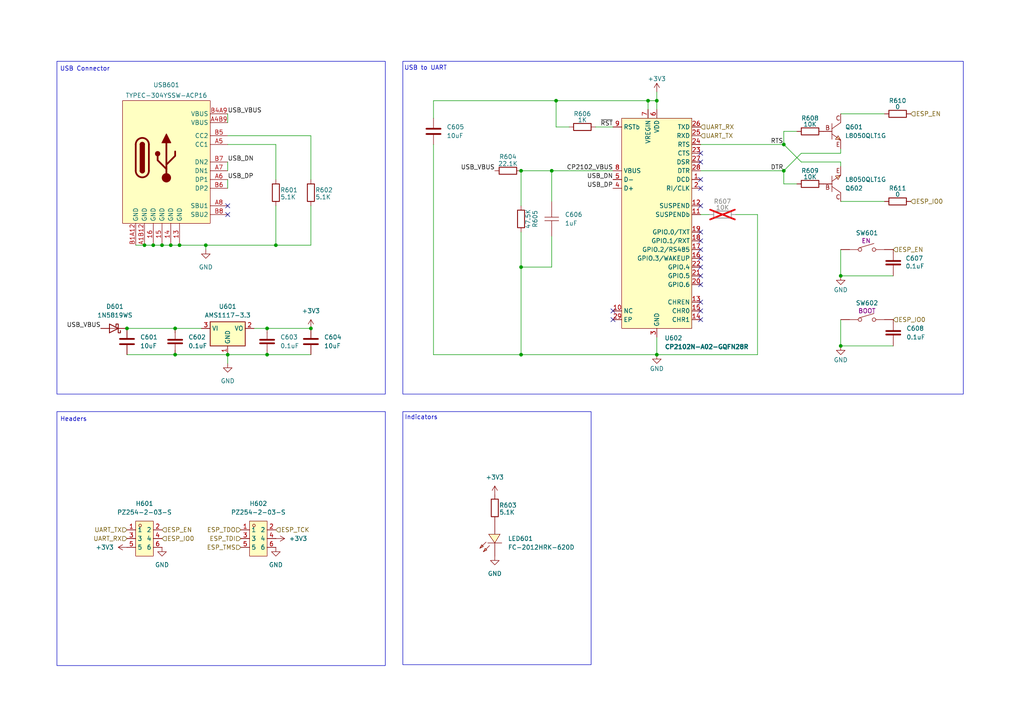
<source format=kicad_sch>
(kicad_sch (version 20250114) (generator "eeschema") (generator_version "9.0")
  (paper "A4")
  (title_block (rev "0") (company "Integrated BioElectronics Laboratory @ NYU Abu Dhabi") (comment 1 "Schematic developed by Hamza Anver"))
  (lib_symbols
    (symbol "Device:C" (pin_numbers (hide yes)) (pin_names (offset 0.254))
      (property "Reference" "C" (at 0.635 2.54 0))
      (property "Value" "C" (at 0.635 -2.54 0))
      (symbol "C_0_1"
        (polyline (pts (xy -2.032 0.762) (xy 2.032 0.762)) (stroke (width 0.508)))
        (polyline (pts (xy -2.032 -0.762) (xy 2.032 -0.762)) (stroke (width 0.508)))
      )
      (symbol "C_1_1"
        (pin passive line (at 0 3.81 270) (length 2.794) (name "~") (number "1"))
        (pin passive line (at 0 -3.81 90) (length 2.794) (name "~") (number "2"))
      )
    )
    (symbol "Device:R" (pin_numbers (hide yes)) (pin_names (offset 0))
      (property "Reference" "R" (at 2.032 0 90))
      (property "Value" "R" (at 0 0 90))
      (symbol "R_0_1"
        (rectangle (start -1.016 -2.54) (end 1.016 2.54) (stroke (width 0.254)))
      )
      (symbol "R_1_1"
        (pin passive line (at 0 3.81 270) (length 1.27) (name "~") (number "1"))
        (pin passive line (at 0 -3.81 90) (length 1.27) (name "~") (number "2"))
      )
    )
    (symbol "Diode:1N5819WS" (pin_numbers (hide yes)) (pin_names (offset 1.016) (hide yes))
      (property "Reference" "D" (at 0 2.54 0))
      (property "Value" "1N5819WS" (at 0 -2.54 0))
      (symbol "1N5819WS_0_1"
        (polyline (pts (xy -1.905 0.635) (xy -1.905 1.27) (xy -1.27 1.27) (xy -1.27 -1.27) (xy -0.635 -1.27) (xy -0.635 -0.635)) (stroke (width 0.254)))
        (polyline (pts (xy 1.27 1.27) (xy 1.27 -1.27) (xy -1.27 0) (xy 1.27 1.27)) (stroke (width 0.254)))
        (polyline (pts (xy 1.27 0) (xy -1.27 0)))
      )
      (symbol "1N5819WS_1_1"
        (pin passive line (at -3.81 0 0) (length 2.54) (name "K") (number "1"))
        (pin passive line (at 3.81 0 180) (length 2.54) (name "A") (number "2"))
      )
    )
    (symbol "GRM155R71A104KA01J_1" (pin_numbers (hide yes)) (pin_names (hide yes))
      (property "Reference" "C202" (at 1.2701 -3.81 90))
      (property "Value" "0.1uF" (at -1.2699 -3.81 90))
      (symbol "GRM155R71A104KA01J_1_0_1"
        (polyline (pts (xy -0.51 0) (xy -2.54 0)))
        (polyline (pts (xy -0.51 -2.03) (xy -0.51 2.03)) (stroke (width 0.508)))
        (polyline (pts (xy 0.51 2.03) (xy 0.51 -2.03)) (stroke (width 0.508)))
        (polyline (pts (xy 2.54 0) (xy 0.51 0)))
        (pin unspecified line (at -3.81 0 0) (length 1.27) (name "1") (number "1"))
        (pin unspecified line (at 3.81 0 180) (length 1.27) (name "2") (number "2"))
      )
    )
    (symbol "L8050QLT1G_1" (pin_numbers (hide yes)) (pin_names (hide yes))
      (property "Reference" "Q601" (at 3.81 1.2701 0))
      (property "Value" "L8050QLT1G" (at 3.81 -1.2699 0))
      (symbol "L8050QLT1G_1_0_1"
        (polyline (pts (xy 0 2.29) (xy 0 -2.29)))
        (polyline (pts (xy 0 -0.76) (xy 2.54 -2.54)))
        (polyline (pts (xy 2.54 2.54) (xy 0 0.76)))
        (polyline (pts (xy 2.54 -2.54) (xy 1.78 -1.27) (xy 1.02 -2.29) (xy 2.54 -2.54)) (fill (type background)))
        (pin unspecified line (at -2.54 0 0) (length 2.54) (name "B") (number "1"))
        (pin unspecified line (at 2.54 5.08 270) (length 2.54) (name "C") (number "3"))
        (pin unspecified line (at 2.54 -5.08 90) (length 2.54) (name "E") (number "2"))
      )
      (symbol "L8050QLT1G_1_1_1"
        (text "B\n" (at -1.27 1.016 0) (effects (font (size 1.27 1.27))))
        (text "C" (at 1.778 3.81 0) (effects (font (size 1.27 1.27))))
        (text "E" (at 1.778 -3.81 0) (effects (font (size 1.27 1.27))))
      )
    )
    (symbol "RC0603FR-075K1L_1" (pin_numbers (hide yes)) (pin_names (hide yes))
      (property "Reference" "R612" (at 0.762 -3.81 90))
      (property "Value" "5.1K" (at -1.27 -3.556 90))
      (symbol "RC0603FR-075K1L_1_0_1"
        (pin input line (at -3.81 0 0) (length 1.27) (name "1") (number "1"))
        (pin input line (at 3.81 0 180) (length 1.27) (name "2") (number "2"))
      )
      (symbol "RC0603FR-075K1L_1_1_1"
        (rectangle (start -2.54 1.02) (end 2.54 -1.02) (stroke (width 0.254)))
      )
    )
    (symbol "Regulator_Linear:AMS1117-3.3"
      (property "Reference" "U" (at -3.81 3.175 0))
      (property "Value" "AMS1117-3.3" (at 0 3.175 0))
      (symbol "AMS1117-3.3_0_1"
        (rectangle (start -5.08 -5.08) (end 5.08 1.905) (stroke (width 0.254)) (fill (type background)))
      )
      (symbol "AMS1117-3.3_1_1"
        (pin power_in line (at -7.62 0 0) (length 2.54) (name "VI") (number "3"))
        (pin power_in line (at 0 -7.62 90) (length 2.54) (name "GND") (number "1"))
        (pin power_out line (at 7.62 0 180) (length 2.54) (name "VO") (number "2"))
      )
    )
    (symbol "TS-1088-AR02016_1" (pin_numbers (hide yes)) (pin_names (hide yes))
      (property "Reference" "SW" (at 0 5.08 0))
      (property "Value" "TS-1088-AR02016" (at 0 -5.08 0))
      (symbol "TS-1088-AR02016_1_0_1"
        (polyline (pts (xy -5.08 0) (xy -2.54 0)))
        (polyline (pts (xy -2.29 0.51) (xy 2.03 1.78)))
        (circle (center -2.03 0) (radius 0.51))
        (circle (center 2.03 0) (radius 0.51))
        (polyline (pts (xy 5.08 0) (xy 2.54 0)))
        (pin unspecified line (at -7.62 0 0) (length 2.54) (name "1") (number "1"))
        (pin unspecified line (at 7.62 0 180) (length 2.54) (name "2") (number "2"))
      )
    )
    (symbol "easyeda2kicad:CL05A105KA5NQNC" (pin_numbers (hide yes)) (pin_names (hide yes))
      (property "Reference" "C" (at 0 5.08 0))
      (property "Value" "CL05A105KA5NQNC" (at 0 -5.08 0))
      (symbol "CL05A105KA5NQNC_0_1"
        (polyline (pts (xy -0.51 0) (xy -2.54 0)))
        (polyline (pts (xy -0.51 -2.03) (xy -0.51 2.03)))
        (polyline (pts (xy 0.51 2.03) (xy 0.51 -2.03)))
        (polyline (pts (xy 2.54 0) (xy 0.51 0)))
        (pin unspecified line (at -5.08 0 0) (length 2.54) (name "1") (number "1"))
        (pin unspecified line (at 5.08 0 180) (length 2.54) (name "2") (number "2"))
      )
    )
    (symbol "easyeda2kicad:CP2102N-A02-GQFN28R"
      (property "Reference" "U603" (at 4.826 -33.274 0))
      (property "Value" "CP2102N-A02-GQFN28R" (at 14.478 -35.814 0))
      (symbol "CP2102N-A02-GQFN28R_0_1"
        (rectangle (start -10.16 30.48) (end 10.16 -30.48) (fill (type background)))
        (pin unspecified line (at -12.7 27.94 0) (length 2.54) (name "RSTb") (number "9"))
        (pin unspecified line (at -12.7 15.24 0) (length 2.54) (name "VBUS") (number "8"))
        (pin unspecified line (at -12.7 12.7 0) (length 2.54) (name "D-") (number "5"))
        (pin unspecified line (at -12.7 10.16 0) (length 2.54) (name "D+") (number "4"))
        (pin unspecified line (at -12.7 -25.4 0) (length 2.54) (name "NC") (number "10"))
        (pin unspecified line (at -12.7 -27.94 0) (length 2.54) (name "EP") (number "29"))
        (pin unspecified line (at -2.54 33.02 270) (length 2.54) (name "VREGIN") (number "7"))
        (pin unspecified line (at 0 33.02 270) (length 2.54) (name "VDD") (number "6"))
        (pin unspecified line (at 0 -33.02 90) (length 2.54) (name "GND") (number "3"))
        (pin unspecified line (at 12.7 27.94 180) (length 2.54) (name "TXD") (number "26"))
        (pin unspecified line (at 12.7 25.4 180) (length 2.54) (name "RXD") (number "25"))
        (pin unspecified line (at 12.7 22.86 180) (length 2.54) (name "RTS") (number "24"))
        (pin unspecified line (at 12.7 20.32 180) (length 2.54) (name "CTS") (number "23"))
        (pin unspecified line (at 12.7 17.78 180) (length 2.54) (name "DSR") (number "27"))
        (pin unspecified line (at 12.7 15.24 180) (length 2.54) (name "DTR") (number "28"))
        (pin unspecified line (at 12.7 12.7 180) (length 2.54) (name "DCD") (number "1"))
        (pin unspecified line (at 12.7 10.16 180) (length 2.54) (name "RI/CLK") (number "2"))
        (pin unspecified line (at 12.7 5.08 180) (length 2.54) (name "SUSPEND") (number "12"))
        (pin unspecified line (at 12.7 2.54 180) (length 2.54) (name "SUSPENDb") (number "11"))
        (pin unspecified line (at 12.7 -2.54 180) (length 2.54) (name "GPIO.0/TXT") (number "19"))
        (pin unspecified line (at 12.7 -5.08 180) (length 2.54) (name "GPIO.1/RXT") (number "18"))
        (pin unspecified line (at 12.7 -7.62 180) (length 2.54) (name "GPIO.2/RS485") (number "17"))
        (pin unspecified line (at 12.7 -10.16 180) (length 2.54) (name "GPIO.3/WAKEUP") (number "16"))
        (pin unspecified line (at 12.7 -12.7 180) (length 2.54) (name "GPIO.4") (number "22"))
        (pin unspecified line (at 12.7 -15.24 180) (length 2.54) (name "GPIO.5") (number "21"))
        (pin unspecified line (at 12.7 -17.78 180) (length 2.54) (name "GPIO.6") (number "20"))
        (pin unspecified line (at 12.7 -22.86 180) (length 2.54) (name "CHREN") (number "13"))
        (pin unspecified line (at 12.7 -25.4 180) (length 2.54) (name "CHR0") (number "15"))
        (pin unspecified line (at 12.7 -27.94 180) (length 2.54) (name "CHR1") (number "14"))
      )
    )
    (symbol "easyeda2kicad:FC-2012HRK-620D" (pin_numbers (hide yes)) (pin_names (hide yes))
      (property "Reference" "LED" (at 0 5.08 0))
      (property "Value" "FC-2012HRK-620D" (at 0 -5.08 0))
      (symbol "FC-2012HRK-620D_0_1"
        (polyline (pts (xy -3.81 3.3) (xy -2.79 2.79) (xy -3.3 2.29) (xy -3.81 3.3)) (fill (type background)))
        (polyline (pts (xy -2.79 4.32) (xy -1.78 3.81) (xy -2.29 3.3) (xy -2.79 4.32)) (fill (type background)))
        (polyline (pts (xy -2.03 1.52) (xy -3.81 3.3)))
        (polyline (pts (xy -1.27 2.03) (xy -1.27 -2.03)))
        (polyline (pts (xy -1.02 2.54) (xy -2.79 4.32)))
        (polyline (pts (xy 1.27 -1.52) (xy -1.27 0) (xy 1.27 1.78) (xy 1.27 -1.52)) (fill (type background)))
        (pin unspecified line (at -5.08 0 0) (length 3.81) (name "-") (number "2"))
        (pin unspecified line (at 5.08 0 180) (length 3.81) (name "+") (number "1"))
      )
    )
    (symbol "easyeda2kicad:GRM155R71A104KA01J" (pin_numbers (hide yes)) (pin_names (hide yes))
      (property "Reference" "C202" (at 1.2701 -3.81 90))
      (property "Value" "0.1uF" (at -1.2699 -3.81 90))
      (symbol "GRM155R71A104KA01J_0_1"
        (polyline (pts (xy -0.51 0) (xy -2.54 0)))
        (polyline (pts (xy -0.51 -2.03) (xy -0.51 2.03)) (stroke (width 0.508)))
        (polyline (pts (xy 0.51 2.03) (xy 0.51 -2.03)) (stroke (width 0.508)))
        (polyline (pts (xy 2.54 0) (xy 0.51 0)))
        (pin unspecified line (at -3.81 0 0) (length 1.27) (name "1") (number "1"))
        (pin unspecified line (at 3.81 0 180) (length 1.27) (name "2") (number "2"))
      )
    )
    (symbol "easyeda2kicad:L8050QLT1G" (pin_numbers (hide yes)) (pin_names (hide yes))
      (property "Reference" "Q601" (at 3.81 1.2701 0))
      (property "Value" "L8050QLT1G" (at 3.81 -1.2699 0))
      (symbol "L8050QLT1G_0_1"
        (polyline (pts (xy 0 2.29) (xy 0 -2.29)))
        (polyline (pts (xy 0 -0.76) (xy 2.54 -2.54)))
        (polyline (pts (xy 2.54 2.54) (xy 0 0.76)))
        (polyline (pts (xy 2.54 -2.54) (xy 1.78 -1.27) (xy 1.02 -2.29) (xy 2.54 -2.54)) (fill (type background)))
        (pin unspecified line (at -2.54 0 0) (length 2.54) (name "B") (number "1"))
        (pin unspecified line (at 2.54 5.08 270) (length 2.54) (name "C") (number "3"))
        (pin unspecified line (at 2.54 -5.08 90) (length 2.54) (name "E") (number "2"))
      )
      (symbol "L8050QLT1G_1_1"
        (text "B\n" (at -1.27 1.016 0) (effects (font (size 1.27 1.27))))
        (text "C" (at 1.778 3.81 0) (effects (font (size 1.27 1.27))))
        (text "E" (at 1.778 -3.81 0) (effects (font (size 1.27 1.27))))
      )
    )
    (symbol "easyeda2kicad:PZ254-2-03-S"
      (property "Reference" "HDR" (at 0 7.62 0))
      (property "Value" "PZ254-2-03-S" (at 0 -7.62 0))
      (symbol "PZ254-2-03-S_0_1"
        (rectangle (start -2.54 5.08) (end 2.54 -5.08) (fill (type background)))
        (circle (center -1.27 3.81) (radius 0.38))
        (pin unspecified line (at -5.08 2.54 0) (length 2.54) (name "1") (number "1"))
        (pin unspecified line (at -5.08 0 0) (length 2.54) (name "3") (number "3"))
        (pin unspecified line (at -5.08 -2.54 0) (length 2.54) (name "5") (number "5"))
        (pin unspecified line (at 5.08 2.54 180) (length 2.54) (name "2") (number "2"))
        (pin unspecified line (at 5.08 0 180) (length 2.54) (name "4") (number "4"))
        (pin unspecified line (at 5.08 -2.54 180) (length 2.54) (name "6") (number "6"))
      )
    )
    (symbol "easyeda2kicad:TS-1088-AR02016" (pin_numbers (hide yes)) (pin_names (hide yes))
      (property "Reference" "SW" (at 0 5.08 0))
      (property "Value" "TS-1088-AR02016" (at 0 -5.08 0))
      (symbol "TS-1088-AR02016_0_1"
        (polyline (pts (xy -5.08 0) (xy -2.54 0)))
        (polyline (pts (xy -2.29 0.51) (xy 2.03 1.78)))
        (circle (center -2.03 0) (radius 0.51))
        (circle (center 2.03 0) (radius 0.51))
        (polyline (pts (xy 5.08 0) (xy 2.54 0)))
        (pin unspecified line (at -7.62 0 0) (length 2.54) (name "1") (number "1"))
        (pin unspecified line (at 7.62 0 180) (length 2.54) (name "2") (number "2"))
      )
    )
    (symbol "easyeda2kicad:TYPEC-304YSSW-ACP16"
      (property "Reference" "USB601" (at 1.778 20.574 0))
      (property "Value" "TYPEC-304YSSW-ACP16" (at 1.778 23.114 0))
      (symbol "TYPEC-304YSSW-ACP16_0_1"
        (rectangle (start -12.7 16.51) (end 12.7 -19.05) (fill (type background)))
        (polyline (pts (xy -8.89 -3.81) (xy -8.89 3.81)) (stroke (width 0.508)))
        (rectangle (start -7.62 -3.81) (end -6.35 3.81) (stroke (width 0.254)) (fill (type outline)))
        (arc (start -7.62 3.81) (mid -6.985 4.4423) (end -6.35 3.81) (stroke (width 0.254)))
        (arc (start -7.62 3.81) (mid -6.985 4.4423) (end -6.35 3.81) (stroke (width 0.254)) (fill (type outline)))
        (arc (start -8.89 3.81) (mid -6.985 5.7067) (end -5.08 3.81) (stroke (width 0.508)))
        (arc (start -5.08 -3.81) (mid -6.985 -5.7067) (end -8.89 -3.81) (stroke (width 0.508)))
        (arc (start -6.35 -3.81) (mid -6.985 -4.4423) (end -7.62 -3.81) (stroke (width 0.254)))
        (arc (start -6.35 -3.81) (mid -6.985 -4.4423) (end -7.62 -3.81) (stroke (width 0.254)) (fill (type outline)))
        (polyline (pts (xy -5.08 3.81) (xy -5.08 -3.81)) (stroke (width 0.508)))
        (circle (center -2.54 1.143) (radius 0.635) (stroke (width 0.254)) (fill (type outline)))
        (polyline (pts (xy -1.27 4.318) (xy 0 6.858) (xy 1.27 4.318) (xy -1.27 4.318)) (stroke (width 0.254)) (fill (type outline)))
        (polyline (pts (xy 0 -2.032) (xy 2.54 0.508) (xy 2.54 1.778)) (stroke (width 0.508)))
        (polyline (pts (xy 0 -3.302) (xy -2.54 -0.762) (xy -2.54 0.508)) (stroke (width 0.508)))
        (polyline (pts (xy 0 -5.842) (xy 0 4.318)) (stroke (width 0.508)))
        (circle (center 0 -5.842) (radius 1.27) (fill (type outline)))
        (pin unspecified line (at -8.89 -25.4 90) (length 6.35) (name "GND") (number "B1A12"))
        (pin unspecified line (at -6.35 -25.4 90) (length 6.35) (name "GND") (number "A1B12"))
        (pin unspecified line (at -3.81 -25.4 90) (length 6.35) (name "GND") (number "16"))
        (pin unspecified line (at -1.27 -25.4 90) (length 6.35) (name "GND") (number "15"))
        (pin unspecified line (at 1.27 -25.4 90) (length 6.35) (name "GND") (number "14"))
        (pin unspecified line (at 3.81 -25.4 90) (length 6.35) (name "GND") (number "13"))
        (pin unspecified line (at 17.78 12.7 180) (length 5.08) (name "VBUS") (number "B4A9"))
        (pin unspecified line (at 17.78 10.16 180) (length 5.08) (name "VBUS") (number "A4B9"))
        (pin unspecified line (at 17.78 6.35 180) (length 5.08) (name "CC2") (number "B5"))
        (pin unspecified line (at 17.78 3.81 180) (length 5.08) (name "CC1") (number "A5"))
        (pin unspecified line (at 17.78 -1.27 180) (length 5.08) (name "DN2") (number "B7"))
        (pin unspecified line (at 17.78 -3.81 180) (length 5.08) (name "DN1") (number "A7"))
        (pin unspecified line (at 17.78 -6.35 180) (length 5.08) (name "DP1") (number "A6"))
        (pin unspecified line (at 17.78 -8.89 180) (length 5.08) (name "DP2") (number "B6"))
        (pin unspecified line (at 17.78 -13.97 180) (length 5.08) (name "SBU1") (number "A8"))
        (pin unspecified line (at 17.78 -16.51 180) (length 5.08) (name "SBU2") (number "B8"))
      )
    )
    (symbol "power:+3V3" (power) (pin_numbers (hide yes)) (pin_names (offset 0) (hide yes))
      (property "Value" "+3V3" (at 0 3.556 0))
      (symbol "+3V3_0_1"
        (polyline (pts (xy -0.762 1.27) (xy 0 2.54)))
        (polyline (pts (xy 0 2.54) (xy 0.762 1.27)))
        (polyline (pts (xy 0 0) (xy 0 2.54)))
      )
      (symbol "+3V3_1_1"
        (pin power_in line (at 0 0 90) (length 0) (name "~") (number "1"))
      )
    )
    (symbol "power:GND" (power) (pin_numbers (hide yes)) (pin_names (offset 0) (hide yes))
      (property "Value" "GND" (at 0 -3.81 0))
      (symbol "GND_0_1"
        (polyline (pts (xy 0 0) (xy 0 -1.27) (xy 1.27 -1.27) (xy 0 -2.54) (xy -1.27 -1.27) (xy 0 -1.27)))
      )
      (symbol "GND_1_1"
        (pin power_in line (at 0 0 270) (length 0) (name "~") (number "1"))
      )
    )
  )
  (rectangle (start 116.84 17.78) (end 279.4 114.3))
  (rectangle (start 16.51 119.38) (end 111.76 193.04))
  (rectangle (start 16.51 17.78) (end 111.76 114.3))
  (rectangle (start 116.84 119.38) (end 171.45 192.786))
  (text "Headers\n" (at 21.336 121.666 0) (effects (font (size 1.27 1.27))))
  (text "USB to UART\n" (at 123.444 19.812 0) (effects (font (size 1.27 1.27))))
  (text "USB Connector" (at 24.638 20.066 0) (effects (font (size 1.27 1.27))))
  (text "Indicators\n" (at 122.174 121.158 0) (effects (font (size 1.27 1.27))))
  (junction (at 190.5 29.21))
  (junction (at 190.5 102.87))
  (junction (at 243.84 100.33))
  (junction (at 161.29 29.21))
  (junction (at 151.13 102.87))
  (junction (at 59.69 71.12))
  (junction (at 46.99 71.12))
  (junction (at 77.47 102.87))
  (junction (at 52.07 71.12))
  (junction (at 36.83 95.25))
  (junction (at 160.02 49.53))
  (junction (at 227.33 41.91))
  (junction (at 187.96 29.21))
  (junction (at 77.47 95.25))
  (junction (at 41.91 71.12))
  (junction (at 44.45 71.12))
  (junction (at 227.33 49.53))
  (junction (at 90.17 95.25))
  (junction (at 66.04 102.87))
  (junction (at 151.13 49.53))
  (junction (at 151.13 77.47))
  (junction (at 243.84 80.01))
  (junction (at 49.53 71.12))
  (junction (at 50.8 95.25))
  (junction (at 80.01 71.12))
  (junction (at 50.8 102.87))
  (no_connect (at 66.04 59.69))
  (no_connect (at 203.2 80.01))
  (no_connect (at 203.2 90.17))
  (no_connect (at 203.2 74.93))
  (no_connect (at 177.8 90.17))
  (no_connect (at 203.2 67.31))
  (no_connect (at 66.04 62.23))
  (no_connect (at 177.8 92.71))
  (no_connect (at 203.2 46.99))
  (no_connect (at 203.2 72.39))
  (no_connect (at 203.2 52.07))
  (no_connect (at 203.2 77.47))
  (no_connect (at 203.2 82.55))
  (no_connect (at 203.2 59.69))
  (no_connect (at 203.2 87.63))
  (no_connect (at 203.2 92.71))
  (no_connect (at 203.2 44.45))
  (no_connect (at 203.2 69.85))
  (no_connect (at 203.2 54.61))
  (wire (pts (xy 125.73 29.21) (xy 125.73 34.29)))
  (wire (pts (xy 256.54 33.02) (xy 243.84 33.02)))
  (wire (pts (xy 227.33 53.34) (xy 231.14 53.34)))
  (wire (pts (xy 243.84 44.45) (xy 243.84 43.18)))
  (wire (pts (xy 161.29 36.83) (xy 165.1 36.83)))
  (wire (pts (xy 161.29 29.21) (xy 187.96 29.21)))
  (wire (pts (xy 41.91 71.12) (xy 44.45 71.12)))
  (wire (pts (xy 243.84 46.99) (xy 243.84 48.26)))
  (wire (pts (xy 187.96 29.21) (xy 187.96 31.75)))
  (wire (pts (xy 77.47 102.87) (xy 90.17 102.87)))
  (wire (pts (xy 125.73 41.91) (xy 125.73 102.87)))
  (wire (pts (xy 90.17 71.12) (xy 90.17 59.69)))
  (wire (pts (xy 160.02 49.53) (xy 160.02 58.42)))
  (wire (pts (xy 125.73 29.21) (xy 161.29 29.21)))
  (wire (pts (xy 73.66 95.25) (xy 77.47 95.25)))
  (wire (pts (xy 90.17 39.37) (xy 90.17 52.07)))
  (wire (pts (xy 151.13 102.87) (xy 190.5 102.87)))
  (wire (pts (xy 243.84 72.39) (xy 243.84 80.01)))
  (wire (pts (xy 227.33 41.91) (xy 232.41 46.99)))
  (wire (pts (xy 243.84 80.01) (xy 259.08 80.01)))
  (wire (pts (xy 50.8 102.87) (xy 66.04 102.87)))
  (wire (pts (xy 243.84 100.33) (xy 259.08 100.33)))
  (wire (pts (xy 66.04 33.02) (xy 66.04 35.56)))
  (wire (pts (xy 77.47 95.25) (xy 90.17 95.25)))
  (wire (pts (xy 205.74 62.23) (xy 203.2 62.23)))
  (wire (pts (xy 151.13 77.47) (xy 151.13 102.87)))
  (wire (pts (xy 160.02 49.53) (xy 177.8 49.53)))
  (wire (pts (xy 36.83 102.87) (xy 50.8 102.87)))
  (wire (pts (xy 59.69 71.12) (xy 80.01 71.12)))
  (wire (pts (xy 227.33 41.91) (xy 227.33 38.1)))
  (wire (pts (xy 203.2 49.53) (xy 227.33 49.53)))
  (wire (pts (xy 151.13 59.69) (xy 151.13 49.53)))
  (wire (pts (xy 66.04 41.91) (xy 80.01 41.91)))
  (wire (pts (xy 66.04 39.37) (xy 90.17 39.37)))
  (wire (pts (xy 151.13 77.47) (xy 160.02 77.47)))
  (wire (pts (xy 227.33 49.53) (xy 227.33 53.34)))
  (wire (pts (xy 80.01 41.91) (xy 80.01 52.07)))
  (wire (pts (xy 160.02 77.47) (xy 160.02 68.58)))
  (wire (pts (xy 213.36 62.23) (xy 219.71 62.23)))
  (wire (pts (xy 66.04 105.41) (xy 66.04 102.87)))
  (wire (pts (xy 59.69 71.12) (xy 59.69 72.39)))
  (wire (pts (xy 66.04 52.07) (xy 66.04 54.61)))
  (wire (pts (xy 227.33 49.53) (xy 232.41 44.45)))
  (wire (pts (xy 232.41 46.99) (xy 243.84 46.99)))
  (wire (pts (xy 49.53 71.12) (xy 52.07 71.12)))
  (wire (pts (xy 151.13 49.53) (xy 160.02 49.53)))
  (wire (pts (xy 50.8 95.25) (xy 58.42 95.25)))
  (wire (pts (xy 52.07 71.12) (xy 59.69 71.12)))
  (wire (pts (xy 66.04 102.87) (xy 77.47 102.87)))
  (wire (pts (xy 172.72 36.83) (xy 177.8 36.83)))
  (wire (pts (xy 80.01 59.69) (xy 80.01 71.12)))
  (wire (pts (xy 190.5 29.21) (xy 190.5 31.75)))
  (wire (pts (xy 66.04 46.99) (xy 66.04 49.53)))
  (wire (pts (xy 243.84 92.71) (xy 243.84 100.33)))
  (wire (pts (xy 227.33 38.1) (xy 231.14 38.1)))
  (wire (pts (xy 190.5 26.67) (xy 190.5 29.21)))
  (wire (pts (xy 203.2 41.91) (xy 227.33 41.91)))
  (wire (pts (xy 232.41 44.45) (xy 243.84 44.45)))
  (wire (pts (xy 151.13 67.31) (xy 151.13 77.47)))
  (wire (pts (xy 125.73 102.87) (xy 151.13 102.87)))
  (wire (pts (xy 36.83 95.25) (xy 50.8 95.25)))
  (wire (pts (xy 187.96 29.21) (xy 190.5 29.21)))
  (wire (pts (xy 161.29 29.21) (xy 161.29 36.83)))
  (wire (pts (xy 46.99 71.12) (xy 49.53 71.12)))
  (wire (pts (xy 80.01 71.12) (xy 90.17 71.12)))
  (wire (pts (xy 190.5 102.87) (xy 190.5 97.79)))
  (wire (pts (xy 256.54 58.42) (xy 243.84 58.42)))
  (wire (pts (xy 39.37 71.12) (xy 41.91 71.12)))
  (wire (pts (xy 219.71 62.23) (xy 219.71 102.87)))
  (wire (pts (xy 219.71 102.87) (xy 190.5 102.87)))
  (wire (pts (xy 44.45 71.12) (xy 46.99 71.12)))
  (label "RTS" (at 223.52 41.91 0))
  (label "USB_VBUS" (at 29.21 95.25 180))
  (label "DTR" (at 223.52 49.53 0))
  (label "USB_DP" (at 66.04 52.07 0))
  (label "USB_VBUS" (at 66.04 33.02 0))
  (label "USB_DN" (at 177.8 52.07 180))
  (label "USB_DP" (at 177.8 54.61 180))
  (label "USB_VBUS" (at 143.51 49.53 180))
  (label "~{RST}" (at 177.8 36.83 180))
  (label "CP2102_VBUS" (at 177.8 49.53 180))
  (label "USB_DN" (at 66.04 46.99 0))
  (hierarchical_label "ESP_TCK" (shape input) (at 80.01 153.67 0))
  (hierarchical_label "UART_RX" (shape input) (at 203.2 36.83 0))
  (hierarchical_label "UART_TX" (shape input) (at 36.83 153.67 180))
  (hierarchical_label "ESP_TDO" (shape input) (at 69.85 153.67 180))
  (hierarchical_label "ESP_EN" (shape input) (at 264.16 33.02 0))
  (hierarchical_label "ESP_EN" (shape input) (at 259.08 72.39 0))
  (hierarchical_label "UART_TX" (shape input) (at 203.2 39.37 0))
  (hierarchical_label "ESP_IO0 " (shape input) (at 46.99 156.21 0))
  (hierarchical_label "ESP_IO0 " (shape input) (at 264.16 58.42 0))
  (hierarchical_label "ESP_EN" (shape input) (at 46.99 153.67 0))
  (hierarchical_label "ESP_IO0 " (shape input) (at 259.08 92.71 0))
  (hierarchical_label "UART_RX" (shape input) (at 36.83 156.21 180))
  (hierarchical_label "ESP_TMS" (shape input) (at 69.85 158.75 180))
  (hierarchical_label "ESP_TDI" (shape input) (at 69.85 156.21 180))
  (symbol (lib_id "Device:C") (at 36.83 99.06 0) (unit 1)
    (property "Reference" "C601" (at 40.64 97.7899 0) (effects (justify left)))
    (property "Value" "10uF" (at 40.64 100.3299 0) (effects (justify left)))
    (property "Footprint" "Capacitor_SMD:C_0603_1608Metric_Pad1.08x0.95mm_HandSolder" (effects (hide yes)))
    (property "Description" "Unpolarized capacitor" (effects (hide yes)))
    (property "LCSC" "C96446" (effects (hide yes)))
    (property "MPN" "CL10A106MA8NRNC" (effects (hide yes)))
  )
  (symbol (lib_id "Device:R") (at 151.13 63.5 0) (unit 1)
    (property "Reference" "R605" (at 155.194 63.5 90))
    (property "Value" "47.5K" (at 153.162 63.5 90))
    (property "Footprint" "Resistor_SMD:R_0603_1608Metric_Pad0.98x0.95mm_HandSolder" (effects (hide yes)))
    (property "Datasheet" "https://www.lcsc.com/product-detail/Chip-Resistor-Surface-Mount_FOJAN-FRC0603F4752TS_C2933225.html?s_z=n_47.5k" (effects (hide yes)))
    (property "Description" "Resistor" (effects (hide yes)))
    (property "LCSC" "C2933225" (effects (hide yes)))
    (property "MPN" "FRC0603F4752TS" (effects (hide yes)))
  )
  (symbol (lib_id "easyeda2kicad:L8050QLT1G") (at 241.3 38.1 0) (unit 1)
    (property "Reference" "Q601" (at 245.11 36.8299 0) (effects (justify left)))
    (property "Value" "L8050QLT1G" (at 245.11 39.3699 0) (effects (justify left)))
    (property "Footprint" "easyeda2kicad:SOT-23-3_L2.9-W1.3-P1.90-LS2.4-BR" (effects (hide yes)))
    (property "Datasheet" "https://lcsc.com/product-detail/Transistors-NPN-PNP_L8050QLT1G_C49581.html" (effects (hide yes)))
    (property "LCSC Part" "C49581" (effects (hide yes)))
  )
  (symbol (lib_id "Device:C") (at 125.73 38.1 0) (unit 1)
    (property "Reference" "C605" (at 129.54 36.8299 0) (effects (justify left)))
    (property "Value" "10uF" (at 129.54 39.3699 0) (effects (justify left)))
    (property "Footprint" "Capacitor_SMD:C_0603_1608Metric_Pad1.08x0.95mm_HandSolder" (effects (hide yes)))
    (property "Description" "Unpolarized capacitor" (effects (hide yes)))
    (property "LCSC" "C96446" (effects (hide yes)))
    (property "MPN" "CL10A106MA8NRNC" (effects (hide yes)))
  )
  (symbol (lib_id "power:+3V3") (at 36.83 158.75 90) (unit 1)
    (property "Reference" "#PWR0601" (effects (hide yes)))
    (property "Value" "+3V3" (at 33.02 158.7499 90) (effects (justify left)))
    (property "Description" "Power symbol creates a global label with name \"+3V3\"" (effects (hide yes)))
  )
  (symbol (lib_id "Device:R") (at 168.91 36.83 90) (unit 1)
    (property "Reference" "R606" (at 168.91 33.02 90))
    (property "Value" "1K" (at 168.91 34.798 90))
    (property "Footprint" "Resistor_SMD:R_0603_1608Metric_Pad0.98x0.95mm_HandSolder" (effects (hide yes)))
    (property "Description" "Resistor" (effects (hide yes)))
    (property "LCSC" "C22548" (effects (hide yes)))
    (property "MPN" "RC0603FR-071KL" (effects (hide yes)))
  )
  (symbol (lib_name "GRM155R71A104KA01J_1") (lib_id "easyeda2kicad:GRM155R71A104KA01J") (at 77.47 99.06 90) (unit 1)
    (property "Reference" "C603" (at 81.28 97.7899 90) (effects (justify right)))
    (property "Value" "0.1uF" (at 81.28 100.3299 90) (effects (justify right)))
    (property "Footprint" "easyeda2kicad:C0402" (effects (hide yes)))
    (property "Datasheet" "https://www.lcsc.com/product-detail/Multilayer-Ceramic-Capacitors-MLCC-SMD-SMT_Murata-Electronics-GRM155R71A104KA01J_C6955083.html?s_z=n_0.1uF" (effects (hide yes)))
    (property "LCSC Part" "C6955083" (effects (hide yes)))
    (property "MPN" "GRM155R71A104KA01J" (effects (hide yes)))
  )
  (symbol (lib_id "power:+3V3") (at 90.17 95.25 0) (unit 1)
    (property "Reference" "#PWR0607" (effects (hide yes)))
    (property "Value" "+3V3" (at 90.17 90.17 0))
    (property "Description" "Power symbol creates a global label with name \"+3V3\"" (effects (hide yes)))
  )
  (symbol (lib_id "Regulator_Linear:AMS1117-3.3") (at 66.04 95.25 0) (unit 1)
    (property "Reference" "U601" (at 66.04 88.9 0))
    (property "Value" "AMS1117-3.3" (at 66.04 91.44 0))
    (property "Footprint" "Package_TO_SOT_SMD:SOT-223-3_TabPin2" (effects (hide yes)))
    (property "Datasheet" "http://www.advanced-monolithic.com/pdf/ds1117.pdf" (effects (hide yes)))
    (property "Description" "1A Low Dropout regulator, positive, 3.3V fixed output, SOT-223" (effects (hide yes)))
  )
  (symbol (lib_name "RC0603FR-075K1L_1") (lib_id "easyeda2kicad:RC0603FR-075K1L") (at 90.17 55.88 90) (unit 1)
    (property "Reference" "R602" (at 93.98 55.118 90))
    (property "Value" "5.1K" (at 93.726 57.15 90))
    (property "Footprint" "easyeda2kicad:R0603" (effects (hide yes)))
    (property "Datasheet" "https://lcsc.com/product-detail/Chip-Resistor-Surface-Mount_5-1KR-5101-1_C105580.html" (effects (hide yes)))
    (property "LCSC Part" "C105580" (effects (hide yes)))
    (property "MPN" "RC0603FR-075K1L" (effects (hide yes)))
  )
  (symbol (lib_id "power:GND") (at 66.04 105.41 0) (unit 1)
    (property "Reference" "#PWR0604" (effects (hide yes)))
    (property "Value" "GND" (at 66.04 110.49 0))
    (property "Description" "Power symbol creates a global label with name \"GND\" , ground" (effects (hide yes)))
  )
  (symbol (lib_id "easyeda2kicad:CL05A105KA5NQNC") (at 160.02 63.5 90) (unit 1)
    (property "Reference" "C606" (at 163.83 62.2299 90) (effects (justify right)))
    (property "Value" "1uF" (at 163.83 64.7699 90) (effects (justify right)))
    (property "Footprint" "easyeda2kicad:C0402" (effects (hide yes)))
    (property "Datasheet" "https://lcsc.com/product-detail/Multilayer-Ceramic-Capacitors-MLCC-SMD-SMT_SAMSUNG_CL05A105KA5NQNC_1uF-105-10-25V_C52923.html" (effects (hide yes)))
    (property "LCSC Part" "C52923" (effects (hide yes)))
    (property "MPN" "CL05A105KA5NQNC" (effects (hide yes)))
  )
  (symbol (lib_id "power:GND") (at 59.69 72.39 0) (unit 1)
    (property "Reference" "#PWR0603" (effects (hide yes)))
    (property "Value" "GND" (at 59.69 77.47 0))
    (property "Description" "Power symbol creates a global label with name \"GND\" , ground" (effects (hide yes)))
  )
  (symbol (lib_id "power:GND") (at 46.99 158.75 0) (unit 1)
    (property "Reference" "#PWR0602" (effects (hide yes)))
    (property "Value" "GND" (at 46.99 163.83 0))
    (property "Description" "Power symbol creates a global label with name \"GND\" , ground" (effects (hide yes)))
  )
  (symbol (lib_id "power:+3V3") (at 143.51 143.51 0) (unit 1)
    (property "Reference" "#PWR0608" (effects (hide yes)))
    (property "Value" "+3V3" (at 143.51 138.43 0))
    (property "Description" "Power symbol creates a global label with name \"+3V3\"" (effects (hide yes)))
  )
  (symbol (lib_id "power:GND") (at 243.84 80.01 0) (unit 1)
    (property "Reference" "#PWR0612" (effects (hide yes)))
    (property "Value" "GND" (at 243.84 84.074 0))
    (property "Description" "Power symbol creates a global label with name \"GND\" , ground" (effects (hide yes)))
  )
  (symbol (lib_id "Device:C") (at 90.17 99.06 0) (unit 1)
    (property "Reference" "C604" (at 93.98 97.7899 0) (effects (justify left)))
    (property "Value" "10uF" (at 93.98 100.3299 0) (effects (justify left)))
    (property "Footprint" "Capacitor_SMD:C_0603_1608Metric_Pad1.08x0.95mm_HandSolder" (effects (hide yes)))
    (property "Description" "Unpolarized capacitor" (effects (hide yes)))
    (property "LCSC" "C96446" (effects (hide yes)))
    (property "MPN" "CL10A106MA8NRNC" (effects (hide yes)))
  )
  (symbol (lib_id "Device:R") (at 147.32 49.53 90) (unit 1)
    (property "Reference" "R604" (at 147.32 45.466 90))
    (property "Value" "22.1K" (at 147.32 47.498 90))
    (property "Footprint" "Resistor_SMD:R_0603_1608Metric" (effects (hide yes)))
    (property "Datasheet" "https://www.lcsc.com/product-detail/Chip-Resistor-Surface-Mount_YAGEO-RC0603FR-0722K1L_C137768.html?s_z=n_22.1k" (effects (hide yes)))
    (property "Description" "Resistor" (effects (hide yes)))
    (property "LCSC" "C137768" (effects (hide yes)))
    (property "MPN" "RC0603FR-0722K1L" (effects (hide yes)))
  )
  (symbol (lib_id "easyeda2kicad:GRM155R71A104KA01J") (at 259.08 76.2 90) (unit 1)
    (property "Reference" "C607" (at 262.636 74.93 90) (effects (justify right)))
    (property "Value" "0.1uF" (at 262.636 77.216 90) (effects (justify right)))
    (property "Footprint" "easyeda2kicad:C0402" (effects (hide yes)))
    (property "Datasheet" "https://www.lcsc.com/product-detail/Multilayer-Ceramic-Capacitors-MLCC-SMD-SMT_Murata-Electronics-GRM155R71A104KA01J_C6955083.html?s_z=n_0.1uF" (effects (hide yes)))
    (property "LCSC Part" "C6955083" (effects (hide yes)))
    (property "MPN" "GRM155R71A104KA01J" (effects (hide yes)))
  )
  (symbol (lib_id "power:+3V3") (at 190.5 26.67 0) (unit 1)
    (property "Reference" "#PWR0610" (effects (hide yes)))
    (property "Value" "+3V3" (at 190.5 22.86 0))
    (property "Description" "Power symbol creates a global label with name \"+3V3\"" (effects (hide yes)))
  )
  (symbol (lib_name "TS-1088-AR02016_1") (lib_id "easyeda2kicad:TS-1088-AR02016") (at 251.46 92.71 0) (unit 1)
    (property "Reference" "SW602" (at 251.46 87.884 0))
    (property "Value" "TS-1088-AR02016" (effects (hide yes)))
    (property "Footprint" "easyeda2kicad:SW-SMD_L3.9-W3.0-P4.45" (effects (hide yes)))
    (property "Datasheet" "https://lcsc.com/product-detail/Tactile-Switches_XUNPU-TS-1088-AR02016_C720477.html" (effects (hide yes)))
    (property "Description" "BOOT" (at 251.46 90.17 0))
    (property "LCSC Part" "C720477" (effects (hide yes)))
    (property "MPN" "TS-1088-AR02016" (effects (hide yes)))
  )
  (symbol (lib_id "easyeda2kicad:PZ254-2-03-S") (at 74.93 156.21 0) (unit 1)
    (property "Reference" "H602" (at 74.93 146.05 0))
    (property "Value" "PZ254-2-03-S" (at 74.93 148.59 0))
    (property "Footprint" "easyeda2kicad:HDR-SMD_6P-P2.54-V-M-R2-C3-LS7.5-2" (effects (hide yes)))
    (property "Datasheet" "https://www.lcsc.com/product-detail/Pin-Headers_HCTL-PZ254-2-03-S_C3294461.html" (effects (hide yes)))
    (property "LCSC Part" "C3294461" (effects (hide yes)))
    (property "MPN" "PZ254-2-03-S" (effects (hide yes)))
  )
  (symbol (lib_id "easyeda2kicad:CP2102N-A02-GQFN28R") (at 190.5 64.77 0) (unit 1)
    (property "Reference" "U602" (at 195.326 98.044 0))
    (property "Value" "CP2102N-A02-GQFN28R" (at 204.978 100.584 0) (effects (font (thickness 0.254) (bold yes))))
    (property "Footprint" "easyeda2kicad:QFN-28_L5.0-W5.0-P0.50-TL-EP3.3" (effects (hide yes)))
    (property "LCSC Part" "C964632" (effects (hide yes)))
    (property "FT Rotation Offset" "-90" (effects (hide yes)))
  )
  (symbol (lib_id "Device:R") (at 260.35 33.02 90) (unit 1)
    (property "Reference" "R610" (at 260.35 29.21 90))
    (property "Value" "0" (at 260.35 30.988 90))
    (property "Footprint" "Resistor_SMD:R_0603_1608Metric_Pad0.98x0.95mm_HandSolder" (effects (hide yes)))
    (property "Datasheet" "https://www.lcsc.com/product-detail/Chip-Resistor-Surface-Mount_FOJAN-FRC0603P000-TS_C2907080.html" (effects (hide yes)))
    (property "Description" "Resistor" (effects (hide yes)))
    (property "LCSC" "C2907080" (effects (hide yes)))
    (property "MPN" "FRC0603P000 TS" (effects (hide yes)))
  )
  (symbol (lib_id "Device:R") (at 209.55 62.23 90) (unit 1) (dnp yes)
    (property "Reference" "R607" (at 209.55 58.42 90))
    (property "Value" "10K" (at 209.55 60.198 90))
    (property "Footprint" "Resistor_SMD:R_0603_1608Metric_Pad0.98x0.95mm_HandSolder" (effects (hide yes)))
    (property "Description" "Resistor" (effects (hide yes)))
  )
  (symbol (lib_id "Device:R") (at 260.35 58.42 90) (unit 1)
    (property "Reference" "R611" (at 260.35 54.61 90))
    (property "Value" "0" (at 260.35 56.388 90))
    (property "Footprint" "Resistor_SMD:R_0603_1608Metric_Pad0.98x0.95mm_HandSolder" (effects (hide yes)))
    (property "Datasheet" "https://www.lcsc.com/product-detail/Chip-Resistor-Surface-Mount_FOJAN-FRC0603P000-TS_C2907080.html" (effects (hide yes)))
    (property "Description" "Resistor" (effects (hide yes)))
    (property "LCSC" "C2907080" (effects (hide yes)))
    (property "MPN" "FRC0603P000 TS" (effects (hide yes)))
  )
  (symbol (lib_id "Device:R") (at 234.95 38.1 90) (unit 1)
    (property "Reference" "R608" (at 234.95 34.29 90))
    (property "Value" "10K" (at 234.95 36.068 90))
    (property "Footprint" "Resistor_SMD:R_0603_1608Metric_Pad0.98x0.95mm_HandSolder" (effects (hide yes)))
    (property "Datasheet" "https://lcsc.com/product-detail/Chip-Resistor-Surface-Mount-UniOhm_10KR-1002-1_C25804.html" (effects (hide yes)))
    (property "Description" "Resistor" (effects (hide yes)))
    (property "LCSC" "C25804" (effects (hide yes)))
    (property "MPN" "0603WAF1002T5E" (effects (hide yes)))
  )
  (symbol (lib_id "easyeda2kicad:TYPEC-304YSSW-ACP16") (at 48.26 45.72 0) (unit 1)
    (property "Reference" "USB601" (at 48.26 24.638 0))
    (property "Value" "TYPEC-304YSSW-ACP16" (at 48.26 27.686 0))
    (property "Footprint" "easyeda2kicad:USB-SMD_TYPEC-304YSSW-ACP16" (effects (hide yes)))
    (property "LCSC Part" "C2840392" (effects (hide yes)))
  )
  (symbol (lib_id "power:GND") (at 243.84 100.33 0) (unit 1)
    (property "Reference" "#PWR0613" (effects (hide yes)))
    (property "Value" "GND" (at 243.84 104.394 0))
    (property "Description" "Power symbol creates a global label with name \"GND\" , ground" (effects (hide yes)))
  )
  (symbol (lib_name "GRM155R71A104KA01J_1") (lib_id "easyeda2kicad:GRM155R71A104KA01J") (at 50.8 99.06 90) (unit 1)
    (property "Reference" "C602" (at 54.61 97.7899 90) (effects (justify right)))
    (property "Value" "0.1uF" (at 54.61 100.3299 90) (effects (justify right)))
    (property "Footprint" "easyeda2kicad:C0402" (effects (hide yes)))
    (property "Datasheet" "https://www.lcsc.com/product-detail/Multilayer-Ceramic-Capacitors-MLCC-SMD-SMT_Murata-Electronics-GRM155R71A104KA01J_C6955083.html?s_z=n_0.1uF" (effects (hide yes)))
    (property "LCSC Part" "C6955083" (effects (hide yes)))
    (property "MPN" "GRM155R71A104KA01J" (effects (hide yes)))
  )
  (symbol (lib_name "L8050QLT1G_1") (lib_id "easyeda2kicad:L8050QLT1G") (at 241.3 53.34 0) (mirror x) (unit 1)
    (property "Reference" "Q602" (at 245.11 54.6101 0) (effects (justify left)))
    (property "Value" "L8050QLT1G" (at 245.11 52.0701 0) (effects (justify left)))
    (property "Footprint" "easyeda2kicad:SOT-23-3_L2.9-W1.3-P1.90-LS2.4-BR" (effects (hide yes)))
    (property "Datasheet" "https://lcsc.com/product-detail/Transistors-NPN-PNP_L8050QLT1G_C49581.html" (effects (hide yes)))
    (property "LCSC Part" "C49581" (effects (hide yes)))
  )
  (symbol (lib_id "power:GND") (at 190.5 102.87 0) (unit 1)
    (property "Reference" "#PWR0611" (effects (hide yes)))
    (property "Value" "GND" (at 190.5 106.934 0))
    (property "Description" "Power symbol creates a global label with name \"GND\" , ground" (effects (hide yes)))
  )
  (symbol (lib_name "RC0603FR-075K1L_1") (lib_id "easyeda2kicad:RC0603FR-075K1L") (at 143.51 147.32 90) (unit 1)
    (property "Reference" "R603" (at 147.32 146.558 90))
    (property "Value" "5.1K" (at 147.066 148.59 90))
    (property "Footprint" "easyeda2kicad:R0603" (effects (hide yes)))
    (property "Datasheet" "https://lcsc.com/product-detail/Chip-Resistor-Surface-Mount_5-1KR-5101-1_C105580.html" (effects (hide yes)))
    (property "LCSC Part" "C105580" (effects (hide yes)))
    (property "MPN" "RC0603FR-075K1L" (effects (hide yes)))
  )
  (symbol (lib_id "easyeda2kicad:FC-2012HRK-620D") (at 143.51 156.21 90) (unit 1)
    (property "Reference" "LED601" (at 147.32 156.2099 90) (effects (justify right)))
    (property "Value" "FC-2012HRK-620D" (at 147.32 158.7499 90) (effects (justify right)))
    (property "Footprint" "easyeda2kicad:LED0805-R-RD" (effects (hide yes)))
    (property "Datasheet" "https://lcsc.com/product-detail/Light-Emitting-Diodes-LED_Red-LED-SMDLED-80-180mcd_C84256.html" (effects (hide yes)))
    (property "LCSC Part" "C84256" (effects (hide yes)))
  )
  (symbol (lib_id "power:+3V3") (at 80.01 156.21 270) (unit 1)
    (property "Reference" "#PWR0605" (effects (hide yes)))
    (property "Value" "+3V3" (at 83.82 156.2099 90) (effects (justify left)))
    (property "Description" "Power symbol creates a global label with name \"+3V3\"" (effects (hide yes)))
  )
  (symbol (lib_id "easyeda2kicad:TS-1088-AR02016") (at 251.46 72.39 0) (unit 1)
    (property "Reference" "SW601" (at 251.46 67.564 0))
    (property "Value" "TS-1088-AR02016" (effects (hide yes)))
    (property "Footprint" "easyeda2kicad:SW-SMD_L3.9-W3.0-P4.45" (effects (hide yes)))
    (property "Datasheet" "https://lcsc.com/product-detail/Tactile-Switches_XUNPU-TS-1088-AR02016_C720477.html" (effects (hide yes)))
    (property "Description" "EN" (at 251.206 69.85 0))
    (property "LCSC Part" "C720477" (effects (hide yes)))
    (property "MPN" "TS-1088-AR02016" (effects (hide yes)))
  )
  (symbol (lib_id "easyeda2kicad:PZ254-2-03-S") (at 41.91 156.21 0) (unit 1)
    (property "Reference" "H601" (at 41.91 146.05 0))
    (property "Value" "PZ254-2-03-S" (at 41.91 148.59 0))
    (property "Footprint" "easyeda2kicad:HDR-SMD_6P-P2.54-V-M-R2-C3-LS7.5-2" (effects (hide yes)))
    (property "Datasheet" "https://www.lcsc.com/product-detail/Pin-Headers_HCTL-PZ254-2-03-S_C3294461.html" (effects (hide yes)))
    (property "LCSC Part" "C3294461" (effects (hide yes)))
    (property "MPN" "PZ254-2-03-S" (effects (hide yes)))
  )
  (symbol (lib_id "Device:R") (at 234.95 53.34 90) (unit 1)
    (property "Reference" "R609" (at 234.95 49.53 90))
    (property "Value" "10K" (at 234.95 51.308 90))
    (property "Footprint" "Resistor_SMD:R_0603_1608Metric_Pad0.98x0.95mm_HandSolder" (effects (hide yes)))
    (property "Datasheet" "https://lcsc.com/product-detail/Chip-Resistor-Surface-Mount-UniOhm_10KR-1002-1_C25804.html" (effects (hide yes)))
    (property "Description" "Resistor" (effects (hide yes)))
    (property "LCSC" "C25804" (effects (hide yes)))
    (property "MPN" "0603WAF1002T5E" (effects (hide yes)))
  )
  (symbol (lib_id "power:GND") (at 143.51 161.29 0) (unit 1)
    (property "Reference" "#PWR0609" (effects (hide yes)))
    (property "Value" "GND" (at 143.51 166.37 0))
    (property "Description" "Power symbol creates a global label with name \"GND\" , ground" (effects (hide yes)))
  )
  (symbol (lib_id "Diode:1N5819WS") (at 33.02 95.25 180) (unit 1)
    (property "Reference" "D601" (at 33.3375 88.9 0))
    (property "Value" "1N5819WS" (at 33.3375 91.44 0))
    (property "Footprint" "Diode_SMD:D_SOD-323" (effects (hide yes)))
    (property "Datasheet" "https://datasheet.lcsc.com/lcsc/2204281430_Guangdong-Hottech-1N5819WS_C191023.pdf" (effects (hide yes)))
    (property "Description" "40V 600mV@1A 1A SOD-323 Schottky Barrier Diodes, SOD-323" (effects (hide yes)))
  )
  (symbol (lib_name "RC0603FR-075K1L_1") (lib_id "easyeda2kicad:RC0603FR-075K1L") (at 80.01 55.88 90) (unit 1)
    (property "Reference" "R601" (at 83.82 55.118 90))
    (property "Value" "5.1K" (at 83.566 57.15 90))
    (property "Footprint" "easyeda2kicad:R0603" (effects (hide yes)))
    (property "Datasheet" "https://lcsc.com/product-detail/Chip-Resistor-Surface-Mount_5-1KR-5101-1_C105580.html" (effects (hide yes)))
    (property "LCSC Part" "C105580" (effects (hide yes)))
    (property "MPN" "RC0603FR-075K1L" (effects (hide yes)))
  )
  (symbol (lib_id "power:GND") (at 80.01 158.75 0) (unit 1)
    (property "Reference" "#PWR0606" (effects (hide yes)))
    (property "Value" "GND" (at 80.01 163.83 0))
    (property "Description" "Power symbol creates a global label with name \"GND\" , ground" (effects (hide yes)))
  )
  (symbol (lib_name "GRM155R71A104KA01J_1") (lib_id "easyeda2kicad:GRM155R71A104KA01J") (at 259.08 96.52 90) (unit 1)
    (property "Reference" "C608" (at 262.89 95.2499 90) (effects (justify right)))
    (property "Value" "0.1uF" (at 262.89 97.7899 90) (effects (justify right)))
    (property "Footprint" "easyeda2kicad:C0402" (effects (hide yes)))
    (property "Datasheet" "https://www.lcsc.com/product-detail/Multilayer-Ceramic-Capacitors-MLCC-SMD-SMT_Murata-Electronics-GRM155R71A104KA01J_C6955083.html?s_z=n_0.1uF" (effects (hide yes)))
    (property "LCSC Part" "C6955083" (effects (hide yes)))
    (property "MPN" "GRM155R71A104KA01J" (effects (hide yes)))
  )
)
</source>
